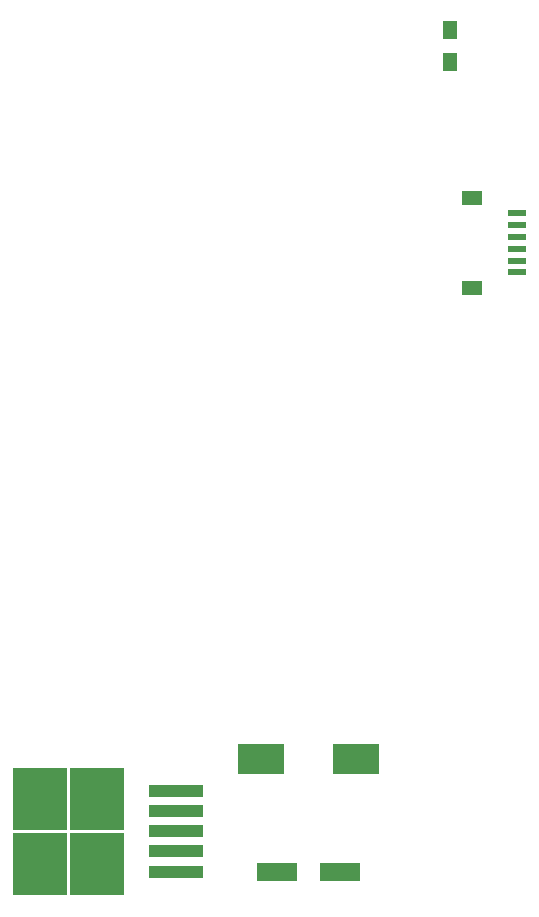
<source format=gbr>
G04 #@! TF.FileFunction,Paste,Top*
%FSLAX46Y46*%
G04 Gerber Fmt 4.6, Leading zero omitted, Abs format (unit mm)*
G04 Created by KiCad (PCBNEW 4.0.7-e2-6376~58~ubuntu16.04.1) date Tue Oct  2 08:21:06 2018*
%MOMM*%
%LPD*%
G01*
G04 APERTURE LIST*
%ADD10C,0.100000*%
%ADD11R,3.500000X1.600000*%
%ADD12R,4.000000X2.500000*%
%ADD13R,1.300000X1.500000*%
%ADD14R,4.600000X1.100000*%
%ADD15R,4.550000X5.250000*%
%ADD16R,1.550000X0.600000*%
%ADD17R,1.800000X1.200000*%
G04 APERTURE END LIST*
D10*
D11*
X124300000Y-137515600D03*
X129700000Y-137515600D03*
D12*
X123000000Y-128016000D03*
X131000000Y-128016000D03*
D13*
X139000000Y-69000000D03*
X139000000Y-66300000D03*
D14*
X115824000Y-137512000D03*
X115824000Y-135812000D03*
X115824000Y-134112000D03*
X115824000Y-132412000D03*
X115824000Y-130712000D03*
D15*
X104249000Y-131337000D03*
X109099000Y-136887000D03*
X104249000Y-136887000D03*
X109099000Y-131337000D03*
D16*
X144685500Y-81788000D03*
X144685500Y-82788000D03*
X144685500Y-83788000D03*
X144685500Y-84788000D03*
X144685500Y-85788000D03*
X144685500Y-86788000D03*
D17*
X140810500Y-80488000D03*
X140810500Y-88088000D03*
M02*

</source>
